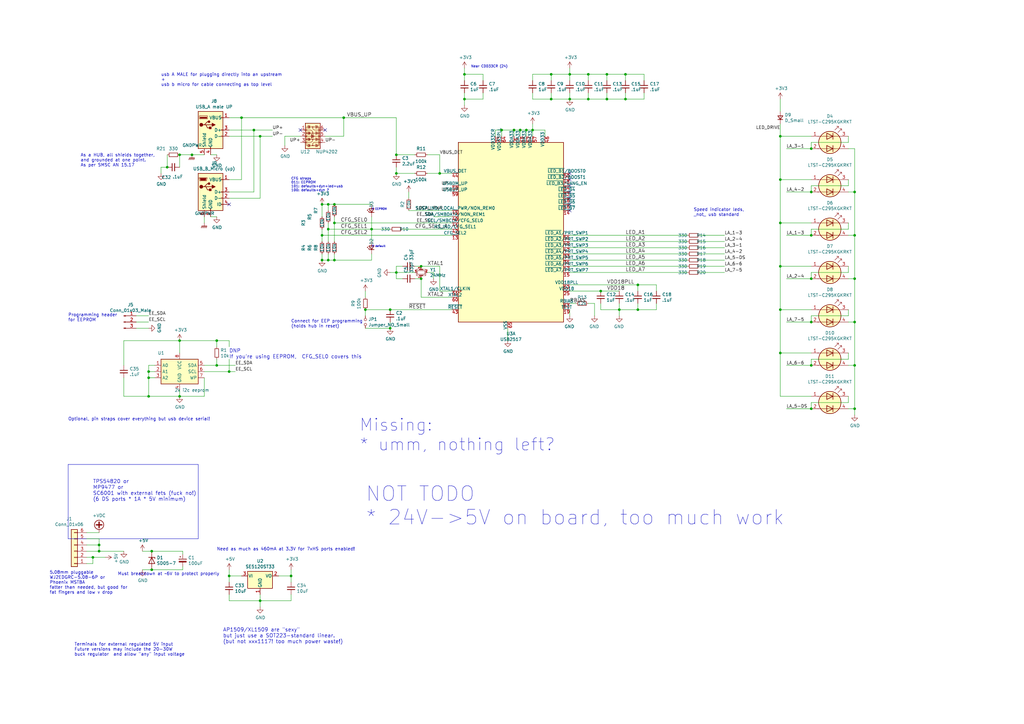
<source format=kicad_sch>
(kicad_sch (version 20200512) (host eeschema "5.99.0-unknown-r18463-a49fde5c")
  (page 2 3)
  (paper "A3")
  (junction (at 38.1 228.6))
  (junction (at 40.64 223.52))
  (junction (at 40.64 226.06))
  (junction (at 60.96 152.4))
  (junction (at 60.96 154.94))
  (junction (at 60.96 162.56))
  (junction (at 62.23 226.06))
  (junction (at 62.23 233.68))
  (junction (at 68.58 68.58))
  (junction (at 73.66 63.5))
  (junction (at 73.66 139.7))
  (junction (at 73.66 162.56))
  (junction (at 78.74 63.5))
  (junction (at 88.9 139.7))
  (junction (at 88.9 149.86))
  (junction (at 93.98 152.4))
  (junction (at 93.98 236.22))
  (junction (at 99.06 48.26))
  (junction (at 104.14 53.34))
  (junction (at 106.68 55.88))
  (junction (at 106.68 246.38))
  (junction (at 119.38 236.22))
  (junction (at 132.08 83.82))
  (junction (at 132.08 96.52))
  (junction (at 132.08 106.68))
  (junction (at 134.62 83.82))
  (junction (at 134.62 93.98))
  (junction (at 134.62 106.68))
  (junction (at 137.16 83.82))
  (junction (at 137.16 91.44))
  (junction (at 137.16 106.68))
  (junction (at 140.97 48.26))
  (junction (at 149.86 127))
  (junction (at 152.4 93.98))
  (junction (at 160.02 127))
  (junction (at 160.02 134.62))
  (junction (at 162.56 63.5))
  (junction (at 162.56 71.12))
  (junction (at 162.56 111.76))
  (junction (at 172.72 109.22))
  (junction (at 172.72 114.3))
  (junction (at 180.34 71.12))
  (junction (at 190.5 30.48))
  (junction (at 190.5 40.64))
  (junction (at 205.74 53.34))
  (junction (at 210.82 53.34))
  (junction (at 213.36 53.34))
  (junction (at 215.9 53.34))
  (junction (at 218.44 53.34))
  (junction (at 226.06 30.48))
  (junction (at 226.06 40.64))
  (junction (at 233.68 30.48))
  (junction (at 233.68 40.64))
  (junction (at 241.3 30.48))
  (junction (at 241.3 40.64))
  (junction (at 246.38 119.38))
  (junction (at 248.92 30.48))
  (junction (at 248.92 40.64))
  (junction (at 254 127))
  (junction (at 256.54 30.48))
  (junction (at 256.54 40.64))
  (junction (at 261.62 116.84))
  (junction (at 261.62 127))
  (junction (at 320.04 55.88))
  (junction (at 320.04 73.66))
  (junction (at 320.04 91.44))
  (junction (at 320.04 109.22))
  (junction (at 320.04 127))
  (junction (at 320.04 144.78))
  (junction (at 332.74 60.96))
  (junction (at 332.74 78.74))
  (junction (at 332.74 96.52))
  (junction (at 332.74 114.3))
  (junction (at 332.74 132.08))
  (junction (at 332.74 149.86))
  (junction (at 332.74 167.64))
  (junction (at 350.52 78.74))
  (junction (at 350.52 96.52))
  (junction (at 350.52 114.3))
  (junction (at 350.52 132.08))
  (junction (at 350.52 149.86))
  (junction (at 350.52 167.64))
  (no_connect (at 233.68 81.28))
  (no_connect (at 233.68 73.66))
  (no_connect (at 233.68 71.12))
  (no_connect (at 233.68 83.82))
  (no_connect (at 233.68 76.2))
  (no_connect (at 93.98 83.82))
  (no_connect (at 233.68 78.74))
  (no_connect (at 233.68 86.36))
  (no_connect (at 133.35 53.34))
  (no_connect (at 123.19 53.34))
  (wire (pts (xy 35.56 218.44) (xy 40.64 218.44)))
  (wire (pts (xy 35.56 220.98) (xy 40.64 220.98)))
  (wire (pts (xy 35.56 223.52) (xy 40.64 223.52)))
  (wire (pts (xy 35.56 226.06) (xy 40.64 226.06)))
  (wire (pts (xy 35.56 228.6) (xy 38.1 228.6)))
  (wire (pts (xy 35.56 231.14) (xy 38.1 231.14)))
  (wire (pts (xy 38.1 228.6) (xy 43.18 228.6)))
  (wire (pts (xy 38.1 231.14) (xy 38.1 228.6)))
  (wire (pts (xy 40.64 220.98) (xy 40.64 223.52)))
  (wire (pts (xy 40.64 223.52) (xy 40.64 226.06)))
  (wire (pts (xy 40.64 226.06) (xy 50.8 226.06)))
  (wire (pts (xy 50.8 139.7) (xy 50.8 149.86)))
  (wire (pts (xy 50.8 139.7) (xy 73.66 139.7)))
  (wire (pts (xy 50.8 154.94) (xy 50.8 162.56)))
  (wire (pts (xy 50.8 162.56) (xy 60.96 162.56)))
  (wire (pts (xy 55.88 129.54) (xy 60.96 129.54)))
  (wire (pts (xy 55.88 132.08) (xy 60.96 132.08)))
  (wire (pts (xy 55.88 134.62) (xy 60.96 134.62)))
  (wire (pts (xy 58.42 226.06) (xy 62.23 226.06)))
  (wire (pts (xy 58.42 233.68) (xy 62.23 233.68)))
  (wire (pts (xy 60.96 149.86) (xy 60.96 152.4)))
  (wire (pts (xy 60.96 152.4) (xy 60.96 154.94)))
  (wire (pts (xy 60.96 152.4) (xy 63.5 152.4)))
  (wire (pts (xy 60.96 154.94) (xy 60.96 162.56)))
  (wire (pts (xy 60.96 154.94) (xy 63.5 154.94)))
  (wire (pts (xy 60.96 162.56) (xy 73.66 162.56)))
  (wire (pts (xy 63.5 149.86) (xy 60.96 149.86)))
  (wire (pts (xy 66.04 68.58) (xy 66.04 71.12)))
  (wire (pts (xy 68.58 63.5) (xy 68.58 68.58)))
  (wire (pts (xy 68.58 68.58) (xy 66.04 68.58)))
  (wire (pts (xy 73.66 63.5) (xy 73.66 68.58)))
  (wire (pts (xy 73.66 63.5) (xy 78.74 63.5)))
  (wire (pts (xy 73.66 139.7) (xy 73.66 144.78)))
  (wire (pts (xy 73.66 160.02) (xy 73.66 162.56)))
  (wire (pts (xy 74.93 226.06) (xy 62.23 226.06)))
  (wire (pts (xy 74.93 227.33) (xy 74.93 226.06)))
  (wire (pts (xy 74.93 232.41) (xy 74.93 233.68)))
  (wire (pts (xy 74.93 233.68) (xy 62.23 233.68)))
  (wire (pts (xy 78.74 63.5) (xy 83.82 63.5)))
  (wire (pts (xy 83.82 88.9) (xy 83.82 91.44)))
  (wire (pts (xy 83.82 149.86) (xy 88.9 149.86)))
  (wire (pts (xy 83.82 152.4) (xy 93.98 152.4)))
  (wire (pts (xy 83.82 154.94) (xy 83.82 162.56)))
  (wire (pts (xy 83.82 162.56) (xy 73.66 162.56)))
  (wire (pts (xy 86.36 63.5) (xy 88.9 63.5)))
  (wire (pts (xy 86.36 88.9) (xy 88.9 88.9)))
  (wire (pts (xy 88.9 139.7) (xy 73.66 139.7)))
  (wire (pts (xy 88.9 142.24) (xy 88.9 139.7)))
  (wire (pts (xy 88.9 147.32) (xy 88.9 149.86)))
  (wire (pts (xy 88.9 149.86) (xy 96.52 149.86)))
  (wire (pts (xy 93.98 73.66) (xy 99.06 73.66)))
  (wire (pts (xy 93.98 81.28) (xy 106.68 81.28)))
  (wire (pts (xy 93.98 139.7) (xy 88.9 139.7)))
  (wire (pts (xy 93.98 142.24) (xy 93.98 139.7)))
  (wire (pts (xy 93.98 147.32) (xy 93.98 152.4)))
  (wire (pts (xy 93.98 152.4) (xy 96.52 152.4)))
  (wire (pts (xy 93.98 233.68) (xy 93.98 236.22)))
  (wire (pts (xy 93.98 236.22) (xy 93.98 238.76)))
  (wire (pts (xy 93.98 236.22) (xy 99.06 236.22)))
  (wire (pts (xy 93.98 243.84) (xy 93.98 246.38)))
  (wire (pts (xy 93.98 246.38) (xy 106.68 246.38)))
  (wire (pts (xy 99.06 48.26) (xy 93.98 48.26)))
  (wire (pts (xy 99.06 48.26) (xy 140.97 48.26)))
  (wire (pts (xy 99.06 73.66) (xy 99.06 48.26)))
  (wire (pts (xy 104.14 53.34) (xy 93.98 53.34)))
  (wire (pts (xy 104.14 53.34) (xy 104.14 78.74)))
  (wire (pts (xy 104.14 53.34) (xy 111.76 53.34)))
  (wire (pts (xy 104.14 78.74) (xy 93.98 78.74)))
  (wire (pts (xy 106.68 55.88) (xy 93.98 55.88)))
  (wire (pts (xy 106.68 55.88) (xy 106.68 81.28)))
  (wire (pts (xy 106.68 55.88) (xy 111.76 55.88)))
  (wire (pts (xy 106.68 243.84) (xy 106.68 246.38)))
  (wire (pts (xy 106.68 246.38) (xy 106.68 248.92)))
  (wire (pts (xy 106.68 246.38) (xy 119.38 246.38)))
  (wire (pts (xy 114.3 236.22) (xy 119.38 236.22)))
  (wire (pts (xy 116.84 55.88) (xy 116.84 59.69)))
  (wire (pts (xy 119.38 236.22) (xy 119.38 233.68)))
  (wire (pts (xy 119.38 236.22) (xy 119.38 238.76)))
  (wire (pts (xy 119.38 246.38) (xy 119.38 243.84)))
  (wire (pts (xy 123.19 55.88) (xy 116.84 55.88)))
  (wire (pts (xy 132.08 83.82) (xy 132.08 88.9)))
  (wire (pts (xy 132.08 83.82) (xy 134.62 83.82)))
  (wire (pts (xy 132.08 96.52) (xy 132.08 93.98)))
  (wire (pts (xy 132.08 96.52) (xy 185.42 96.52)))
  (wire (pts (xy 132.08 99.06) (xy 132.08 96.52)))
  (wire (pts (xy 132.08 104.14) (xy 132.08 106.68)))
  (wire (pts (xy 133.35 55.88) (xy 140.97 55.88)))
  (wire (pts (xy 134.62 83.82) (xy 134.62 86.36)))
  (wire (pts (xy 134.62 83.82) (xy 137.16 83.82)))
  (wire (pts (xy 134.62 91.44) (xy 134.62 93.98)))
  (wire (pts (xy 134.62 93.98) (xy 134.62 99.06)))
  (wire (pts (xy 134.62 93.98) (xy 152.4 93.98)))
  (wire (pts (xy 134.62 104.14) (xy 134.62 106.68)))
  (wire (pts (xy 134.62 106.68) (xy 132.08 106.68)))
  (wire (pts (xy 137.16 83.82) (xy 152.4 83.82)))
  (wire (pts (xy 137.16 88.9) (xy 137.16 91.44)))
  (wire (pts (xy 137.16 91.44) (xy 137.16 99.06)))
  (wire (pts (xy 137.16 91.44) (xy 185.42 91.44)))
  (wire (pts (xy 137.16 104.14) (xy 137.16 106.68)))
  (wire (pts (xy 137.16 106.68) (xy 134.62 106.68)))
  (wire (pts (xy 140.97 48.26) (xy 162.56 48.26)))
  (wire (pts (xy 140.97 55.88) (xy 140.97 48.26)))
  (wire (pts (xy 149.86 119.38) (xy 149.86 121.92)))
  (wire (pts (xy 149.86 127) (xy 149.86 129.54)))
  (wire (pts (xy 149.86 127) (xy 160.02 127)))
  (wire (pts (xy 149.86 134.62) (xy 160.02 134.62)))
  (wire (pts (xy 152.4 88.9) (xy 152.4 93.98)))
  (wire (pts (xy 152.4 93.98) (xy 152.4 99.06)))
  (wire (pts (xy 152.4 93.98) (xy 160.02 93.98)))
  (wire (pts (xy 152.4 104.14) (xy 152.4 106.68)))
  (wire (pts (xy 152.4 106.68) (xy 137.16 106.68)))
  (wire (pts (xy 160.02 127) (xy 185.42 127)))
  (wire (pts (xy 160.02 132.08) (xy 160.02 134.62)))
  (wire (pts (xy 162.56 48.26) (xy 162.56 63.5)))
  (wire (pts (xy 162.56 63.5) (xy 170.18 63.5)))
  (wire (pts (xy 162.56 68.58) (xy 162.56 71.12)))
  (wire (pts (xy 162.56 71.12) (xy 170.18 71.12)))
  (wire (pts (xy 162.56 109.22) (xy 162.56 111.76)))
  (wire (pts (xy 162.56 111.76) (xy 160.02 111.76)))
  (wire (pts (xy 162.56 111.76) (xy 162.56 114.3)))
  (wire (pts (xy 162.56 111.76) (xy 170.18 111.76)))
  (wire (pts (xy 162.56 114.3) (xy 165.1 114.3)))
  (wire (pts (xy 165.1 93.98) (xy 185.42 93.98)))
  (wire (pts (xy 165.1 109.22) (xy 162.56 109.22)))
  (wire (pts (xy 167.64 78.74) (xy 167.64 81.28)))
  (wire (pts (xy 167.64 86.36) (xy 185.42 86.36)))
  (wire (pts (xy 170.18 109.22) (xy 172.72 109.22)))
  (wire (pts (xy 170.18 114.3) (xy 172.72 114.3)))
  (wire (pts (xy 172.72 109.22) (xy 180.34 109.22)))
  (wire (pts (xy 172.72 114.3) (xy 172.72 121.92)))
  (wire (pts (xy 172.72 121.92) (xy 185.42 121.92)))
  (wire (pts (xy 175.26 63.5) (xy 180.34 63.5)))
  (wire (pts (xy 175.26 111.76) (xy 177.8 111.76)))
  (wire (pts (xy 177.8 88.9) (xy 185.42 88.9)))
  (wire (pts (xy 177.8 111.76) (xy 177.8 114.3)))
  (wire (pts (xy 180.34 63.5) (xy 180.34 71.12)))
  (wire (pts (xy 180.34 71.12) (xy 175.26 71.12)))
  (wire (pts (xy 180.34 119.38) (xy 180.34 109.22)))
  (wire (pts (xy 185.42 71.12) (xy 180.34 71.12)))
  (wire (pts (xy 185.42 119.38) (xy 180.34 119.38)))
  (wire (pts (xy 190.5 27.94) (xy 190.5 30.48)))
  (wire (pts (xy 190.5 30.48) (xy 190.5 33.02)))
  (wire (pts (xy 190.5 38.1) (xy 190.5 40.64)))
  (wire (pts (xy 190.5 40.64) (xy 190.5 43.18)))
  (wire (pts (xy 198.12 30.48) (xy 190.5 30.48)))
  (wire (pts (xy 198.12 33.02) (xy 198.12 30.48)))
  (wire (pts (xy 198.12 38.1) (xy 198.12 40.64)))
  (wire (pts (xy 198.12 40.64) (xy 190.5 40.64)))
  (wire (pts (xy 203.2 53.34) (xy 205.74 53.34)))
  (wire (pts (xy 203.2 55.88) (xy 203.2 53.34)))
  (wire (pts (xy 205.74 53.34) (xy 210.82 53.34)))
  (wire (pts (xy 205.74 55.88) (xy 205.74 53.34)))
  (wire (pts (xy 208.28 134.62) (xy 208.28 139.7)))
  (wire (pts (xy 210.82 53.34) (xy 213.36 53.34)))
  (wire (pts (xy 210.82 55.88) (xy 210.82 53.34)))
  (wire (pts (xy 213.36 53.34) (xy 215.9 53.34)))
  (wire (pts (xy 213.36 55.88) (xy 213.36 53.34)))
  (wire (pts (xy 215.9 53.34) (xy 218.44 53.34)))
  (wire (pts (xy 215.9 55.88) (xy 215.9 53.34)))
  (wire (pts (xy 218.44 30.48) (xy 226.06 30.48)))
  (wire (pts (xy 218.44 33.02) (xy 218.44 30.48)))
  (wire (pts (xy 218.44 38.1) (xy 218.44 40.64)))
  (wire (pts (xy 218.44 40.64) (xy 226.06 40.64)))
  (wire (pts (xy 218.44 53.34) (xy 218.44 50.8)))
  (wire (pts (xy 218.44 55.88) (xy 218.44 53.34)))
  (wire (pts (xy 223.52 53.34) (xy 218.44 53.34)))
  (wire (pts (xy 223.52 55.88) (xy 223.52 53.34)))
  (wire (pts (xy 226.06 30.48) (xy 226.06 33.02)))
  (wire (pts (xy 226.06 30.48) (xy 233.68 30.48)))
  (wire (pts (xy 226.06 38.1) (xy 226.06 40.64)))
  (wire (pts (xy 226.06 40.64) (xy 233.68 40.64)))
  (wire (pts (xy 233.68 30.48) (xy 233.68 27.94)))
  (wire (pts (xy 233.68 30.48) (xy 233.68 33.02)))
  (wire (pts (xy 233.68 30.48) (xy 241.3 30.48)))
  (wire (pts (xy 233.68 38.1) (xy 233.68 40.64)))
  (wire (pts (xy 233.68 96.52) (xy 281.94 96.52)))
  (wire (pts (xy 233.68 99.06) (xy 281.94 99.06)))
  (wire (pts (xy 233.68 101.6) (xy 281.94 101.6)))
  (wire (pts (xy 233.68 104.14) (xy 281.94 104.14)))
  (wire (pts (xy 233.68 106.68) (xy 281.94 106.68)))
  (wire (pts (xy 233.68 109.22) (xy 281.94 109.22)))
  (wire (pts (xy 233.68 111.76) (xy 281.94 111.76)))
  (wire (pts (xy 233.68 116.84) (xy 261.62 116.84)))
  (wire (pts (xy 233.68 119.38) (xy 246.38 119.38)))
  (wire (pts (xy 233.68 124.46) (xy 236.22 124.46)))
  (wire (pts (xy 233.68 127) (xy 233.68 129.54)))
  (wire (pts (xy 241.3 30.48) (xy 241.3 33.02)))
  (wire (pts (xy 241.3 38.1) (xy 241.3 40.64)))
  (wire (pts (xy 241.3 40.64) (xy 233.68 40.64)))
  (wire (pts (xy 241.3 124.46) (xy 243.84 124.46)))
  (wire (pts (xy 243.84 124.46) (xy 243.84 129.54)))
  (wire (pts (xy 246.38 119.38) (xy 254 119.38)))
  (wire (pts (xy 246.38 124.46) (xy 246.38 127)))
  (wire (pts (xy 246.38 127) (xy 254 127)))
  (wire (pts (xy 248.92 30.48) (xy 241.3 30.48)))
  (wire (pts (xy 248.92 33.02) (xy 248.92 30.48)))
  (wire (pts (xy 248.92 38.1) (xy 248.92 40.64)))
  (wire (pts (xy 248.92 40.64) (xy 241.3 40.64)))
  (wire (pts (xy 254 127) (xy 254 124.46)))
  (wire (pts (xy 254 127) (xy 254 129.54)))
  (wire (pts (xy 254 127) (xy 261.62 127)))
  (wire (pts (xy 256.54 30.48) (xy 248.92 30.48)))
  (wire (pts (xy 256.54 33.02) (xy 256.54 30.48)))
  (wire (pts (xy 256.54 38.1) (xy 256.54 40.64)))
  (wire (pts (xy 256.54 40.64) (xy 248.92 40.64)))
  (wire (pts (xy 261.62 116.84) (xy 261.62 119.38)))
  (wire (pts (xy 261.62 116.84) (xy 269.24 116.84)))
  (wire (pts (xy 261.62 127) (xy 261.62 124.46)))
  (wire (pts (xy 261.62 127) (xy 269.24 127)))
  (wire (pts (xy 264.16 30.48) (xy 256.54 30.48)))
  (wire (pts (xy 264.16 33.02) (xy 264.16 30.48)))
  (wire (pts (xy 264.16 38.1) (xy 264.16 40.64)))
  (wire (pts (xy 264.16 40.64) (xy 256.54 40.64)))
  (wire (pts (xy 269.24 116.84) (xy 269.24 119.38)))
  (wire (pts (xy 269.24 127) (xy 269.24 124.46)))
  (wire (pts (xy 287.02 96.52) (xy 297.18 96.52)))
  (wire (pts (xy 287.02 99.06) (xy 297.18 99.06)))
  (wire (pts (xy 287.02 101.6) (xy 297.18 101.6)))
  (wire (pts (xy 287.02 104.14) (xy 297.18 104.14)))
  (wire (pts (xy 287.02 106.68) (xy 297.18 106.68)))
  (wire (pts (xy 287.02 109.22) (xy 297.18 109.22)))
  (wire (pts (xy 287.02 111.76) (xy 297.18 111.76)))
  (wire (pts (xy 320.04 40.64) (xy 320.04 45.72)))
  (wire (pts (xy 320.04 50.8) (xy 320.04 55.88)))
  (wire (pts (xy 320.04 55.88) (xy 332.74 55.88)))
  (wire (pts (xy 320.04 73.66) (xy 320.04 55.88)))
  (wire (pts (xy 320.04 91.44) (xy 320.04 73.66)))
  (wire (pts (xy 320.04 109.22) (xy 320.04 91.44)))
  (wire (pts (xy 320.04 127) (xy 320.04 109.22)))
  (wire (pts (xy 320.04 144.78) (xy 320.04 127)))
  (wire (pts (xy 320.04 162.56) (xy 320.04 144.78)))
  (wire (pts (xy 322.58 60.96) (xy 332.74 60.96)))
  (wire (pts (xy 322.58 78.74) (xy 332.74 78.74)))
  (wire (pts (xy 322.58 96.52) (xy 332.74 96.52)))
  (wire (pts (xy 322.58 114.3) (xy 332.74 114.3)))
  (wire (pts (xy 322.58 132.08) (xy 332.74 132.08)))
  (wire (pts (xy 322.58 149.86) (xy 332.74 149.86)))
  (wire (pts (xy 322.58 167.64) (xy 332.74 167.64)))
  (wire (pts (xy 332.74 58.42) (xy 332.74 60.96)))
  (wire (pts (xy 332.74 73.66) (xy 320.04 73.66)))
  (wire (pts (xy 332.74 76.2) (xy 332.74 78.74)))
  (wire (pts (xy 332.74 91.44) (xy 320.04 91.44)))
  (wire (pts (xy 332.74 93.98) (xy 332.74 96.52)))
  (wire (pts (xy 332.74 109.22) (xy 320.04 109.22)))
  (wire (pts (xy 332.74 111.76) (xy 332.74 114.3)))
  (wire (pts (xy 332.74 127) (xy 320.04 127)))
  (wire (pts (xy 332.74 129.54) (xy 332.74 132.08)))
  (wire (pts (xy 332.74 144.78) (xy 320.04 144.78)))
  (wire (pts (xy 332.74 147.32) (xy 332.74 149.86)))
  (wire (pts (xy 332.74 162.56) (xy 320.04 162.56)))
  (wire (pts (xy 332.74 165.1) (xy 332.74 167.64)))
  (wire (pts (xy 347.98 55.88) (xy 347.98 58.42)))
  (wire (pts (xy 347.98 58.42) (xy 332.74 58.42)))
  (wire (pts (xy 347.98 60.96) (xy 350.52 60.96)))
  (wire (pts (xy 347.98 73.66) (xy 347.98 76.2)))
  (wire (pts (xy 347.98 76.2) (xy 332.74 76.2)))
  (wire (pts (xy 347.98 78.74) (xy 350.52 78.74)))
  (wire (pts (xy 347.98 91.44) (xy 347.98 93.98)))
  (wire (pts (xy 347.98 93.98) (xy 332.74 93.98)))
  (wire (pts (xy 347.98 96.52) (xy 350.52 96.52)))
  (wire (pts (xy 347.98 109.22) (xy 347.98 111.76)))
  (wire (pts (xy 347.98 111.76) (xy 332.74 111.76)))
  (wire (pts (xy 347.98 114.3) (xy 350.52 114.3)))
  (wire (pts (xy 347.98 127) (xy 347.98 129.54)))
  (wire (pts (xy 347.98 129.54) (xy 332.74 129.54)))
  (wire (pts (xy 347.98 132.08) (xy 350.52 132.08)))
  (wire (pts (xy 347.98 144.78) (xy 347.98 147.32)))
  (wire (pts (xy 347.98 147.32) (xy 332.74 147.32)))
  (wire (pts (xy 347.98 149.86) (xy 350.52 149.86)))
  (wire (pts (xy 347.98 162.56) (xy 347.98 165.1)))
  (wire (pts (xy 347.98 165.1) (xy 332.74 165.1)))
  (wire (pts (xy 347.98 167.64) (xy 350.52 167.64)))
  (wire (pts (xy 350.52 60.96) (xy 350.52 78.74)))
  (wire (pts (xy 350.52 78.74) (xy 350.52 96.52)))
  (wire (pts (xy 350.52 96.52) (xy 350.52 114.3)))
  (wire (pts (xy 350.52 114.3) (xy 350.52 132.08)))
  (wire (pts (xy 350.52 132.08) (xy 350.52 149.86)))
  (wire (pts (xy 350.52 149.86) (xy 350.52 167.64)))
  (wire (pts (xy 350.52 167.64) (xy 350.52 170.18)))
  (polyline (pts (xy 27.94 190.5) (xy 27.94 220.98)))
  (polyline (pts (xy 27.94 190.5) (xy 81.28 190.5)))
  (polyline (pts (xy 27.94 220.98) (xy 81.28 220.98)))
  (polyline (pts (xy 81.28 220.98) (xy 81.28 190.5)))
  (text "5.08mm pluggable\nWJ2EDGRC-5.08-6P or\nPhoenix MSTBA\nfatter than needed, but good for\nfat fingers and low v drop\n" (at 20.32 243.84 0) (effects (font (size 1.27 1.27)) (justify left bottom)))
  (text "Programming header\nfor EEPROM" (at 27.94 132.08 0) (effects (font (size 1.27 1.27)) (justify left bottom)))
  (text "Optional, pin straps cover everything but usb device serial!" (at 27.94 172.72 0) (effects (font (size 1.27 1.27)) (justify left bottom)))
  (text "Terminals for external regulated 5V input\nFuture versions may include the 20-30W\nbuck regulator  and allow \"any\" input voltage" (at 30.48 269.24 0) (effects (font (size 1.27 1.27)) (justify left bottom)))
  (text "As a HUB, all shields together,\nand grounded at one point.\nAs per SMSC AN 15.17 " (at 33.02 68.58 0) (effects (font (size 1.27 1.27)) (justify left bottom)))
  (text "TPS54820 or\nMP9477 or\nSC6001 with external fets (fuck no!)\n(6 DS ports * 1A * 5V minimum)" (at 38.1 205.74 0) (effects (font (size 1.4986 1.4986)) (justify left bottom)))
  (text "Must breakdown at ~~6V to protect properly" (at 48.26 236.22 0) (effects (font (size 1.27 1.27)) (justify left bottom)))
  (text "usb A MALE for plugging directly into an upstream\n+\nusb b micro for cable connecting as top level" (at 66.04 35.56 0) (effects (font (size 1.27 1.27)) (justify left bottom)))
  (text "Need as much as 460mA at 3.3V for 7xHS ports enabled!" (at 88.9 226.06 0) (effects (font (size 1.27 1.27)) (justify left bottom)))
  (text "AP1509/XL1509 are \"sexy\"\nbut just use a SOT223-standard linear.\n(but not xxx1117! too much power waste!)" (at 91.44 264.16 0) (effects (font (size 1.4986 1.4986)) (justify left bottom)))
  (text "DNP\nIf you're using EEPROM,  CFG_SEL0 covers this" (at 93.98 147.32 0) (effects (font (size 1.4986 1.4986)) (justify left bottom)))
  (text "CFG straps\n011: EEPROM\n101: defaults+dyn+led=usb\n100: defaults+dyn ?" (at 119.38 78.74 0) (effects (font (size 0.9906 0.9906)) (justify left bottom)))
  (text "Connect for EEP programming\n(holds hub in reset)" (at 119.38 134.62 0) (effects (font (size 1.27 1.27)) (justify left bottom)))
  (text "Missing:\n* umm, nothing left?\n" (at 147.32 185.42 0) (effects (font (size 5.0038 5.0038)) (justify left bottom)))
  (text "NOT TODO\n* 24V->5V on board, too much work\n" (at 149.86 215.9 0) (effects (font (size 5.9944 5.9944)) (justify left bottom)))
  (text "If EEPROM" (at 152.4 86.36 0) (effects (font (size 0.7874 0.7874)) (justify left bottom)))
  (text "If default" (at 152.4 101.6 0) (effects (font (size 0.7874 0.7874)) (justify left bottom)))
  (text "Near CDD33CR (24)" (at 208.28 27.94 180) (effects (font (size 0.9906 0.9906)) (justify right bottom)))
  (text "Speed indicator leds,\n_not_ usb standard" (at 284.48 88.9 0) (effects (font (size 1.27 1.27)) (justify left bottom)))
  (label "EE_SDA" (at 60.96 129.54 0))
  (label "EE_SCL" (at 60.96 132.08 0))
  (label "EE_SDA" (at 96.52 149.86 0))
  (label "EE_SCL" (at 96.52 152.4 0))
  (label "UP+" (at 111.76 53.34 0))
  (label "UP-" (at 111.76 55.88 0))
  (label "UP+" (at 123.19 58.42 180))
  (label "UP-" (at 133.35 58.42 0))
  (label "CFG_SEL0" (at 139.7 91.44 0) (effects (font (size 1.4986 1.4986))))
  (label "CFG_SEL1" (at 139.7 93.98 0) (effects (font (size 1.4986 1.4986))))
  (label "CFG_SEL2" (at 139.7 96.52 0) (effects (font (size 1.4986 1.4986))))
  (label "VBUS_UP" (at 142.24 48.26 0) (effects (font (size 1.4986 1.4986))))
  (label "~RESET" (at 167.64 127 0) (effects (font (size 1.4986 1.4986))))
  (label "CFG_SEL1_A" (at 170.18 93.98 0) (effects (font (size 1.4986 1.4986))))
  (label "XTAL1" (at 175.26 109.22 0) (effects (font (size 1.4986 1.4986))))
  (label "XTAL2" (at 175.26 121.92 0) (effects (font (size 1.4986 1.4986))))
  (label "EE_SDA" (at 177.8 88.9 180))
  (label "EE_SCL" (at 177.8 91.44 180))
  (label "VBUS_DET" (at 180.34 63.5 0))
  (label "LOCAL_PWR" (at 181.61 86.36 180))
  (label "UP-" (at 185.42 76.2 180))
  (label "UP+" (at 185.42 78.74 180))
  (label "RBIAS" (at 233.68 124.46 0) (effects (font (size 1.4986 1.4986))))
  (label "VDD18PLL" (at 248.92 116.84 0) (effects (font (size 1.4986 1.4986))))
  (label "VDD18" (at 248.92 119.38 0) (effects (font (size 1.4986 1.4986))))
  (label "LED_A1" (at 256.54 96.52 0) (effects (font (size 1.4986 1.4986))))
  (label "LED_A2" (at 256.54 99.06 0) (effects (font (size 1.4986 1.4986))))
  (label "LED_A3" (at 256.54 101.6 0) (effects (font (size 1.4986 1.4986))))
  (label "LED_A4" (at 256.54 104.14 0) (effects (font (size 1.4986 1.4986))))
  (label "LED_A5" (at 256.54 106.68 0) (effects (font (size 1.4986 1.4986))))
  (label "LED_A6" (at 256.54 109.22 0) (effects (font (size 1.4986 1.4986))))
  (label "LED_A7" (at 256.54 111.76 0) (effects (font (size 1.4986 1.4986))))
  (label "LA_1-3" (at 297.18 96.52 0))
  (label "LA_2-4" (at 297.18 99.06 0))
  (label "LA_3-1" (at 297.18 101.6 0))
  (label "LA_4-2" (at 297.18 104.14 0))
  (label "LA_5-DS" (at 297.18 106.68 0))
  (label "LA_6-6" (at 297.18 109.22 0))
  (label "LA_7-5" (at 297.18 111.76 0))
  (label "LED_DRIVE" (at 320.04 53.34 180))
  (label "LA_3-1" (at 322.58 60.96 0))
  (label "LA_4-2" (at 322.58 78.74 0))
  (label "LA_1-3" (at 322.58 96.52 0))
  (label "LA_2-4" (at 322.58 114.3 0))
  (label "LA_7-5" (at 322.58 132.08 0))
  (label "LA_6-6" (at 322.58 149.86 0))
  (label "LA_5-DS" (at 322.58 167.64 0))
  (symbol (lib_id "Device:Jumper_NO_Small") (at 149.86 132.08 270) (unit 1)
    (property "Reference" "JP1" (at 151.0792 130.937 90) (effects (justify left)))
    (property "Value" "Jumper_NO_Small" (at 151.0792 133.223 90) (effects (justify left)))
    (property "Footprint" "Connector_PinHeader_2.54mm:PinHeader_1x02_P2.54mm_Vertical" (effects hide))
  )
  (symbol (lib_id "power:+5V") (at 43.18 228.6 270) (unit 1)
    (property "Reference" "#PWR01" (effects hide))
    (property "Value" "+5V" (at 47.5742 228.981 0))
  )
  (symbol (lib_id "power:+5V") (at 58.42 226.06 0) (unit 1)
    (property "Reference" "#PWR067" (effects hide))
    (property "Value" "+5V" (at 58.801 221.6658 0))
  )
  (symbol (lib_id "power:+3V3") (at 73.66 139.7 0) (unit 1)
    (property "Reference" "#PWR06" (effects hide))
    (property "Value" "+3V3" (at 74.041 135.3058 0))
  )
  (symbol (lib_id "power:+5V") (at 93.98 233.68 0) (unit 1)
    (property "Reference" "#PWR0109" (effects hide))
    (property "Value" "+5V" (at 94.361 229.2858 0))
  )
  (symbol (lib_id "power:+3V3") (at 119.38 233.68 0) (unit 1)
    (property "Reference" "#PWR013" (effects hide))
    (property "Value" "+3V3" (at 119.761 229.2858 0))
  )
  (symbol (lib_id "power:+3V3") (at 132.08 83.82 0) (unit 1)
    (property "Reference" "#PWR014" (effects hide))
    (property "Value" "+3V3" (at 132.461 79.4258 0))
  )
  (symbol (lib_id "power:+3V3") (at 149.86 119.38 0) (unit 1)
    (property "Reference" "#PWR016" (effects hide))
    (property "Value" "+3V3" (at 150.241 114.9858 0))
  )
  (symbol (lib_id "power:+3V3") (at 167.64 78.74 0) (unit 1)
    (property "Reference" "#PWR036" (effects hide))
    (property "Value" "+3V3" (at 168.021 74.3458 0))
  )
  (symbol (lib_id "power:+3V3") (at 190.5 27.94 0) (unit 1)
    (property "Reference" "#PWR020" (effects hide))
    (property "Value" "+3V3" (at 190.881 23.5458 0))
  )
  (symbol (lib_id "power:+3V3") (at 218.44 50.8 0) (unit 1)
    (property "Reference" "#PWR029" (effects hide))
    (property "Value" "+3V3" (at 218.821 46.4058 0))
  )
  (symbol (lib_id "power:+3V3") (at 233.68 27.94 0) (unit 1)
    (property "Reference" "#PWR030" (effects hide))
    (property "Value" "+3V3" (at 234.061 23.5458 0))
  )
  (symbol (lib_id "power:+3V3") (at 320.04 40.64 0) (unit 1)
    (property "Reference" "#PWR035" (effects hide))
    (property "Value" "+3V3" (at 320.421 36.2458 0))
  )
  (symbol (lib_id "power:GNDPWR") (at 78.74 63.5 0) (unit 1)
    (property "Reference" "#PWR054" (effects hide))
    (property "Value" "GNDPWR" (at 78.8416 59.5884 0))
  )
  (symbol (lib_id "power:GNDPWR") (at 83.82 91.44 0) (unit 1)
    (property "Reference" "#PWR055" (effects hide))
    (property "Value" "GNDPWR" (at 83.9216 87.5284 0))
  )
  (symbol (lib_id "power:GND") (at 50.8 226.06 0) (unit 1)
    (property "Reference" "#PWR04" (effects hide))
    (property "Value" "GND" (at 50.927 230.4542 0))
  )
  (symbol (lib_id "power:GND") (at 58.42 233.68 0) (unit 1)
    (property "Reference" "#PWR068" (effects hide))
    (property "Value" "GND" (at 58.547 238.0742 0))
  )
  (symbol (lib_id "power:GND") (at 60.96 134.62 90) (unit 1)
    (property "Reference" "#PWR05" (effects hide))
    (property "Value" "GND" (at 65.3542 134.493 0))
  )
  (symbol (lib_id "power:GND") (at 66.04 71.12 0) (unit 1)
    (property "Reference" "#PWR041" (effects hide))
    (property "Value" "GND" (at 66.167 75.5142 0))
  )
  (symbol (lib_id "power:GND") (at 73.66 162.56 0) (unit 1)
    (property "Reference" "#PWR07" (effects hide))
    (property "Value" "GND" (at 73.787 166.9542 0))
  )
  (symbol (lib_id "power:GND") (at 88.9 63.5 0) (unit 1)
    (property "Reference" "#PWR08" (effects hide))
    (property "Value" "GND" (at 89.027 67.8942 0))
  )
  (symbol (lib_id "power:GND") (at 88.9 88.9 0) (unit 1)
    (property "Reference" "#PWR09" (effects hide))
    (property "Value" "GND" (at 89.027 93.2942 0))
  )
  (symbol (lib_id "power:GND") (at 106.68 248.92 0) (unit 1)
    (property "Reference" "#PWR011" (effects hide))
    (property "Value" "GND" (at 106.807 253.3142 0))
  )
  (symbol (lib_id "power:GND") (at 116.84 59.69 0) (unit 1)
    (property "Reference" "#PWR02" (effects hide))
    (property "Value" "GND" (at 116.967 64.0842 0))
  )
  (symbol (lib_id "power:GND") (at 132.08 106.68 0) (unit 1)
    (property "Reference" "#PWR015" (effects hide))
    (property "Value" "GND" (at 132.207 111.0742 0))
  )
  (symbol (lib_id "power:GND") (at 160.02 111.76 270) (unit 1)
    (property "Reference" "#PWR017" (effects hide))
    (property "Value" "GND" (at 155.6258 111.887 0))
  )
  (symbol (lib_id "power:GND") (at 160.02 134.62 0) (unit 1)
    (property "Reference" "#PWR018" (effects hide))
    (property "Value" "GND" (at 160.147 139.0142 0))
  )
  (symbol (lib_id "power:GND") (at 162.56 71.12 0) (unit 1)
    (property "Reference" "#PWR019" (effects hide))
    (property "Value" "GND" (at 162.687 75.5142 0))
  )
  (symbol (lib_id "power:GND") (at 177.8 114.3 0) (unit 1)
    (property "Reference" "#PWR0101" (effects hide))
    (property "Value" "GND" (at 177.927 118.6942 0))
  )
  (symbol (lib_id "power:GND") (at 190.5 43.18 0) (unit 1)
    (property "Reference" "#PWR021" (effects hide))
    (property "Value" "GND" (at 190.627 47.5742 0))
  )
  (symbol (lib_id "power:GND") (at 208.28 139.7 0) (unit 1)
    (property "Reference" "#PWR022" (effects hide))
    (property "Value" "GND" (at 208.407 144.0942 0))
  )
  (symbol (lib_id "power:GND") (at 233.68 40.64 0) (unit 1)
    (property "Reference" "#PWR031" (effects hide))
    (property "Value" "GND" (at 233.807 45.0342 0))
  )
  (symbol (lib_id "power:GND") (at 233.68 129.54 0) (mirror y) (unit 1)
    (property "Reference" "#PWR032" (effects hide))
    (property "Value" "GND" (at 233.553 133.9342 0))
  )
  (symbol (lib_id "power:GND") (at 243.84 129.54 0) (mirror y) (unit 1)
    (property "Reference" "#PWR033" (effects hide))
    (property "Value" "GND" (at 243.713 133.9342 0))
  )
  (symbol (lib_id "power:GND") (at 254 129.54 0) (mirror y) (unit 1)
    (property "Reference" "#PWR034" (effects hide))
    (property "Value" "GND" (at 253.873 133.9342 0))
  )
  (symbol (lib_id "power:GND") (at 350.52 170.18 0) (unit 1)
    (property "Reference" "#PWR010" (effects hide))
    (property "Value" "GND" (at 350.647 174.5742 0))
  )
  (symbol (lib_id "Device:R_Small") (at 71.12 63.5 90) (unit 1)
    (property "Reference" "R21" (at 66.04 60.96 90))
    (property "Value" "330" (at 71.12 60.96 90))
    (property "Footprint" "Resistor_SMD:R_0603_1608Metric" (effects hide))
  )
  (symbol (lib_id "Device:R_Small") (at 88.9 144.78 0) (unit 1)
    (property "Reference" "R1" (at 90.3986 143.637 0) (effects (justify left)))
    (property "Value" "10k" (at 90.3986 145.923 0) (effects (justify left)))
    (property "Footprint" "Resistor_SMD:R_0603_1608Metric" (effects hide))
  )
  (symbol (lib_id "Device:R_Small") (at 132.08 91.44 0) (unit 1)
    (property "Reference" "R3" (at 124.46 91.44 90))
    (property "Value" "10k" (at 132.08 91.44 90))
    (property "Footprint" "Resistor_SMD:R_0603_1608Metric" (effects hide))
  )
  (symbol (lib_id "Device:R_Small") (at 132.08 101.6 0) (unit 1)
    (property "Reference" "R4" (at 124.46 101.6 90))
    (property "Value" "10k" (at 132.08 101.6 90))
    (property "Footprint" "Resistor_SMD:R_0603_1608Metric" (effects hide))
  )
  (symbol (lib_id "Device:R_Small") (at 134.62 88.9 0) (unit 1)
    (property "Reference" "R5" (at 127 88.9 90))
    (property "Value" "10k" (at 134.62 88.9 90))
    (property "Footprint" "Resistor_SMD:R_0603_1608Metric" (effects hide))
  )
  (symbol (lib_id "Device:R_Small") (at 134.62 101.6 0) (unit 1)
    (property "Reference" "R6" (at 127 101.6 90))
    (property "Value" "10k" (at 134.62 101.6 90))
    (property "Footprint" "Resistor_SMD:R_0603_1608Metric" (effects hide))
  )
  (symbol (lib_id "Device:R_Small") (at 137.16 86.36 0) (unit 1)
    (property "Reference" "R7" (at 129.54 86.36 90))
    (property "Value" "10k" (at 137.16 86.36 90))
    (property "Footprint" "Resistor_SMD:R_0603_1608Metric" (effects hide))
  )
  (symbol (lib_id "Device:R_Small") (at 137.16 101.6 0) (unit 1)
    (property "Reference" "R8" (at 129.54 101.6 90))
    (property "Value" "10k" (at 137.16 101.6 90))
    (property "Footprint" "Resistor_SMD:R_0603_1608Metric" (effects hide))
  )
  (symbol (lib_id "Device:R_Small") (at 149.86 124.46 0) (unit 1)
    (property "Reference" "R9" (at 144.8816 124.46 90))
    (property "Value" "100k" (at 147.193 124.46 90))
    (property "Footprint" "Resistor_SMD:R_0603_1608Metric" (effects hide))
  )
  (symbol (lib_id "Device:R_Small") (at 162.56 93.98 90) (unit 1)
    (property "Reference" "R10" (at 167.64 93.98 90) (effects (justify left)))
    (property "Value" "330" (at 160.02 93.98 90) (effects (justify left)))
    (property "Footprint" "Resistor_SMD:R_0603_1608Metric" (effects hide))
  )
  (symbol (lib_id "Device:R_Small") (at 167.64 83.82 0) (unit 1)
    (property "Reference" "R2" (at 165.1 83.82 90))
    (property "Value" "10k" (at 167.64 83.82 90))
    (property "Footprint" "Resistor_SMD:R_0603_1608Metric" (effects hide))
  )
  (symbol (lib_id "Device:R_Small") (at 172.72 63.5 90) (unit 1)
    (property "Reference" "R11" (at 172.72 60.96 90))
    (property "Value" "100k" (at 172.72 66.167 90))
    (property "Footprint" "Resistor_SMD:R_0603_1608Metric" (effects hide))
  )
  (symbol (lib_id "Device:R_Small") (at 172.72 71.12 270) (unit 1)
    (property "Reference" "R12" (at 172.72 68.58 90))
    (property "Value" "100k" (at 172.72 73.66 90))
    (property "Footprint" "Resistor_SMD:R_0603_1608Metric" (effects hide))
  )
  (symbol (lib_id "Device:R_Small") (at 238.76 124.46 90) (mirror x) (unit 1)
    (property "Reference" "R13" (at 238.76 121.92 90))
    (property "Value" "12k" (at 238.76 124.46 90))
    (property "Footprint" "Resistor_SMD:R_0603_1608Metric" (effects hide))
  )
  (symbol (lib_id "Device:R_Small") (at 284.48 96.52 90) (unit 1)
    (property "Reference" "R14" (at 289.56 96.52 90) (effects (justify left)))
    (property "Value" "330" (at 281.94 96.52 90) (effects (justify left)))
    (property "Footprint" "Resistor_SMD:R_0603_1608Metric" (effects hide))
  )
  (symbol (lib_id "Device:R_Small") (at 284.48 99.06 90) (unit 1)
    (property "Reference" "R15" (at 289.56 99.06 90) (effects (justify left)))
    (property "Value" "330" (at 281.94 99.06 90) (effects (justify left)))
    (property "Footprint" "Resistor_SMD:R_0603_1608Metric" (effects hide))
  )
  (symbol (lib_id "Device:R_Small") (at 284.48 101.6 90) (unit 1)
    (property "Reference" "R16" (at 289.56 101.6 90) (effects (justify left)))
    (property "Value" "330" (at 281.94 101.6 90) (effects (justify left)))
    (property "Footprint" "Resistor_SMD:R_0603_1608Metric" (effects hide))
  )
  (symbol (lib_id "Device:R_Small") (at 284.48 104.14 90) (unit 1)
    (property "Reference" "R17" (at 289.56 104.14 90) (effects (justify left)))
    (property "Value" "330" (at 281.94 104.14 90) (effects (justify left)))
    (property "Footprint" "Resistor_SMD:R_0603_1608Metric" (effects hide))
  )
  (symbol (lib_id "Device:R_Small") (at 284.48 106.68 90) (unit 1)
    (property "Reference" "R18" (at 289.56 106.68 90) (effects (justify left)))
    (property "Value" "330" (at 281.94 106.68 90) (effects (justify left)))
    (property "Footprint" "Resistor_SMD:R_0603_1608Metric" (effects hide))
  )
  (symbol (lib_id "Device:R_Small") (at 284.48 109.22 90) (unit 1)
    (property "Reference" "R19" (at 289.56 109.22 90) (effects (justify left)))
    (property "Value" "330" (at 281.94 109.22 90) (effects (justify left)))
    (property "Footprint" "Resistor_SMD:R_0603_1608Metric" (effects hide))
  )
  (symbol (lib_id "Device:R_Small") (at 284.48 111.76 90) (unit 1)
    (property "Reference" "R20" (at 289.56 111.76 90) (effects (justify left)))
    (property "Value" "330" (at 281.94 111.76 90) (effects (justify left)))
    (property "Footprint" "Resistor_SMD:R_0603_1608Metric" (effects hide))
  )
  (symbol (lib_id "Device:D_Small") (at 320.04 48.26 90) (unit 1)
    (property "Reference" "D9" (at 321.818 47.117 90) (effects (justify right)))
    (property "Value" "D_Small" (at 321.818 49.403 90) (effects (justify right)))
    (property "Footprint" "Diode_SMD:D_SOD-323" (effects hide))
  )
  (symbol (lib_id "Device:LED_Small") (at 152.4 86.36 90) (unit 1)
    (property "Reference" "D3" (at 152.4 83.82 0))
    (property "Value" "HS1B" (effects hide))
    (property "Footprint" "LED_SMD:LED_0603_1608Metric" (effects hide))
  )
  (symbol (lib_id "Device:LED_Small") (at 152.4 101.6 90) (unit 1)
    (property "Reference" "D2" (at 152.4 99.06 0))
    (property "Value" "HS1A" (effects hide))
    (property "Footprint" "LED_SMD:LED_0603_1608Metric" (effects hide))
  )
  (symbol (lib_id "Device:CP_Small") (at 74.93 229.87 0) (unit 1)
    (property "Reference" "C1" (at 77.1652 228.727 0) (effects (justify left)))
    (property "Value" "100uF" (at 77.1652 231.013 0) (effects (justify left)))
    (property "Footprint" "Capacitor_SMD:CP_Elec_5x5.4" (effects hide))
  )
  (symbol (lib_id "Device:C_Small") (at 50.8 152.4 0) (unit 1)
    (property "Reference" "C35" (at 53.1368 151.257 0) (effects (justify left)))
    (property "Value" ".1uF" (at 53.1114 153.543 0) (effects (justify left)))
    (property "Footprint" "Capacitor_SMD:C_0603_1608Metric" (effects hide))
  )
  (symbol (lib_id "Device:C_Small") (at 71.12 68.58 90) (unit 1)
    (property "Reference" "C32" (at 70.1802 72.7202 90) (effects (justify left)))
    (property "Value" ".1uF" (at 75.0316 72.4916 90) (effects (justify left)))
    (property "Footprint" "Capacitor_SMD:C_0603_1608Metric" (effects hide))
  )
  (symbol (lib_id "Device:C_Small") (at 93.98 241.3 0) (unit 1)
    (property "Reference" "C33" (at 96.3168 240.157 0) (effects (justify left)))
    (property "Value" "10uF" (at 96.2914 242.443 0) (effects (justify left)))
    (property "Footprint" "Capacitor_SMD:C_0603_1608Metric" (effects hide))
  )
  (symbol (lib_id "Device:C_Small") (at 119.38 241.3 0) (unit 1)
    (property "Reference" "C34" (at 121.7168 240.157 0) (effects (justify left)))
    (property "Value" "10uF" (at 121.6914 242.443 0) (effects (justify left)))
    (property "Footprint" "Capacitor_SMD:C_0603_1608Metric" (effects hide))
  )
  (symbol (lib_id "Device:C_Small") (at 160.02 129.54 0) (unit 1)
    (property "Reference" "C2" (at 162.3568 128.397 0) (effects (justify left)))
    (property "Value" ".1uF" (at 162.3314 130.683 0) (effects (justify left)))
    (property "Footprint" "Capacitor_SMD:C_0603_1608Metric" (effects hide))
  )
  (symbol (lib_id "Device:C_Small") (at 162.56 66.04 0) (unit 1)
    (property "Reference" "C3" (at 164.8968 64.897 0) (effects (justify left)))
    (property "Value" "2.2uF" (at 164.8714 67.183 0) (effects (justify left)))
    (property "Footprint" "Capacitor_SMD:C_0603_1608Metric" (effects hide))
  )
  (symbol (lib_id "Device:C_Small") (at 167.64 109.22 90) (unit 1)
    (property "Reference" "C4" (at 166.497 106.8832 0) (effects (justify left)))
    (property "Value" "33pF" (at 168.783 106.9086 0) (effects (justify left)))
    (property "Footprint" "Capacitor_SMD:C_0603_1608Metric" (effects hide))
  )
  (symbol (lib_id "Device:C_Small") (at 167.64 114.3 90) (unit 1)
    (property "Reference" "C5" (at 166.497 111.9632 0) (effects (justify left)))
    (property "Value" "33pF" (at 168.783 111.9886 0) (effects (justify left)))
    (property "Footprint" "Capacitor_SMD:C_0603_1608Metric" (effects hide))
  )
  (symbol (lib_id "Device:C_Small") (at 190.5 35.56 0) (unit 1)
    (property "Reference" "C6" (at 192.8368 34.417 0) (effects (justify left)))
    (property "Value" "1uF" (at 192.8114 36.703 0) (effects (justify left)))
    (property "Footprint" "Capacitor_SMD:C_0603_1608Metric" (effects hide))
  )
  (symbol (lib_id "Device:C_Small") (at 198.12 35.56 0) (unit 1)
    (property "Reference" "C7" (at 200.4568 34.417 0) (effects (justify left)))
    (property "Value" ".1uF" (at 200.4314 36.703 0) (effects (justify left)))
    (property "Footprint" "Capacitor_SMD:C_0603_1608Metric" (effects hide))
  )
  (symbol (lib_id "Device:C_Small") (at 218.44 35.56 0) (unit 1)
    (property "Reference" "C8" (at 220.7768 34.417 0) (effects (justify left)))
    (property "Value" "1uF" (at 220.7514 36.703 0) (effects (justify left)))
    (property "Footprint" "Capacitor_SMD:C_0603_1608Metric" (effects hide))
  )
  (symbol (lib_id "Device:C_Small") (at 226.06 35.56 0) (unit 1)
    (property "Reference" "C9" (at 228.3968 34.417 0) (effects (justify left)))
    (property "Value" ".1uF" (at 228.3714 36.703 0) (effects (justify left)))
    (property "Footprint" "Capacitor_SMD:C_0603_1608Metric" (effects hide))
  )
  (symbol (lib_id "Device:C_Small") (at 233.68 35.56 0) (unit 1)
    (property "Reference" "C10" (at 236.0168 34.417 0) (effects (justify left)))
    (property "Value" ".1uF" (at 235.9914 36.703 0) (effects (justify left)))
    (property "Footprint" "Capacitor_SMD:C_0603_1608Metric" (effects hide))
  )
  (symbol (lib_id "Device:C_Small") (at 241.3 35.56 0) (unit 1)
    (property "Reference" "C11" (at 243.6368 34.417 0) (effects (justify left)))
    (property "Value" ".1uF" (at 243.6114 36.703 0) (effects (justify left)))
    (property "Footprint" "Capacitor_SMD:C_0603_1608Metric" (effects hide))
  )
  (symbol (lib_id "Device:C_Small") (at 246.38 121.92 0) (unit 1)
    (property "Reference" "C12" (at 248.7168 120.777 0) (effects (justify left)))
    (property "Value" "1uF" (at 248.6914 123.063 0) (effects (justify left)))
    (property "Footprint" "Capacitor_SMD:C_0603_1608Metric" (effects hide))
  )
  (symbol (lib_id "Device:C_Small") (at 248.92 35.56 0) (unit 1)
    (property "Reference" "C13" (at 251.2568 34.417 0) (effects (justify left)))
    (property "Value" ".1uF" (at 251.2314 36.703 0) (effects (justify left)))
    (property "Footprint" "Capacitor_SMD:C_0603_1608Metric" (effects hide))
  )
  (symbol (lib_id "Device:C_Small") (at 254 121.92 0) (unit 1)
    (property "Reference" "C14" (at 256.3368 120.777 0) (effects (justify left)))
    (property "Value" ".1uF" (at 256.3114 123.063 0) (effects (justify left)))
    (property "Footprint" "Capacitor_SMD:C_0603_1608Metric" (effects hide))
  )
  (symbol (lib_id "Device:C_Small") (at 256.54 35.56 0) (unit 1)
    (property "Reference" "C15" (at 258.8768 34.417 0) (effects (justify left)))
    (property "Value" ".1uF" (at 258.8514 36.703 0) (effects (justify left)))
    (property "Footprint" "Capacitor_SMD:C_0603_1608Metric" (effects hide))
  )
  (symbol (lib_id "Device:C_Small") (at 261.62 121.92 0) (unit 1)
    (property "Reference" "C16" (at 263.9568 120.777 0) (effects (justify left)))
    (property "Value" "1uF" (at 263.9314 123.063 0) (effects (justify left)))
    (property "Footprint" "Capacitor_SMD:C_0603_1608Metric" (effects hide))
  )
  (symbol (lib_id "Device:C_Small") (at 264.16 35.56 0) (unit 1)
    (property "Reference" "C17" (at 266.4968 34.417 0) (effects (justify left)))
    (property "Value" ".1uF" (at 266.4714 36.703 0) (effects (justify left)))
    (property "Footprint" "Capacitor_SMD:C_0603_1608Metric" (effects hide))
  )
  (symbol (lib_id "Device:C_Small") (at 269.24 121.92 0) (unit 1)
    (property "Reference" "C18" (at 271.5768 120.777 0) (effects (justify left)))
    (property "Value" ".1uF" (at 271.5514 123.063 0) (effects (justify left)))
    (property "Footprint" "Capacitor_SMD:C_0603_1608Metric" (effects hide))
  )
  (symbol (lib_id "Device:D_Zener") (at 62.23 229.87 270) (unit 1)
    (property "Reference" "D1" (at 64.262 228.727 90) (effects (justify left)))
    (property "Value" "SD05-7" (at 64.262 231.013 90) (effects (justify left)))
    (property "Footprint" "Diode_SMD:D_SOD-323" (effects hide))
  )
  (symbol (lib_id "power:+VDC") (at 40.64 218.44 0) (unit 1)
    (property "Reference" "#PWR03" (effects hide))
    (property "Value" "+VDC" (at 40.64 211.455 0))
  )
  (symbol (lib_id "Device:Crystal_GND24_Small") (at 172.72 111.76 90) (unit 1)
    (property "Reference" "Y1" (at 176.3522 110.617 90) (effects (justify right)))
    (property "Value" "24MHz" (at 176.3522 112.903 90) (effects (justify right)))
    (property "Footprint" "Crystal:Crystal_SMD_3225-4Pin_3.2x2.5mm" (effects hide))
  )
  (symbol (lib_id "Connector:Conn_01x03_Male") (at 50.8 132.08 0) (unit 1)
    (property "Reference" "J5" (at 53.5432 124.9934 0))
    (property "Value" "Conn_01x03_Male" (at 53.5432 127.3048 0))
    (property "Footprint" "Connector_PinHeader_2.54mm:PinHeader_1x03_P2.54mm_Vertical" (effects hide))
  )
  (symbol (lib_id "Connector_Generic:Conn_01x06") (at 30.48 226.06 180) (unit 1)
    (property "Reference" "J1" (at 28.3972 212.7758 0))
    (property "Value" "Conn_01x06" (at 28.3972 215.0872 0))
    (property "Footprint" "Connector_Phoenix_MSTB:PhoenixContact_MSTBA_2,5_6-G-5,08_1x06_P5.08mm_Horizontal" (effects hide))
  )
  (symbol (lib_id "Power_Protection:NUP4202") (at 128.27 55.88 270) (unit 1)
    (property "Reference" "U12" (at 123.19 62.23 90) (effects (justify left)))
    (property "Value" "NUP4202" (at 129.54 62.23 90) (effects (justify left)))
    (property "Footprint" "Package_TO_SOT_SMD:SOT-363_SC-70-6" (effects hide))
    (property "Datasheet" "http://www.onsemi.com/pub_link/Collateral/NUP4202W1-D.PDF" (effects hide))
  )
  (symbol (lib_id "Regulator_Linear:AMS1117-3.3") (at 106.68 236.22 0) (unit 1)
    (property "Reference" "U2" (at 106.68 230.0986 0))
    (property "Value" "SE5120ST33" (at 106.68 232.41 0))
    (property "Footprint" "Package_TO_SOT_SMD:SOT-223-3_TabPin2" (effects hide))
    (property "Datasheet" "http://www.advanced-monolithic.com/pdf/ds1117.pdf" (effects hide))
    (property "MPN" "SE5120ST33" (effects hide))
  )
  (symbol (lib_id "Device:LED_Dual_AACC") (at 340.36 58.42 0) (unit 1)
    (property "Reference" "D4" (at 340.36 47.6504 0))
    (property "Value" "LTST-C295KGKRKT" (at 340.36 49.9618 0))
    (property "Footprint" "LED_SMD:LED_LiteOn_LTST-C295K" (effects hide))
  )
  (symbol (lib_id "Device:LED_Dual_AACC") (at 340.36 76.2 0) (unit 1)
    (property "Reference" "D5" (at 340.36 65.4304 0))
    (property "Value" "LTST-C295KGKRKT" (at 340.36 67.7418 0))
    (property "Footprint" "LED_SMD:LED_LiteOn_LTST-C295K" (effects hide))
  )
  (symbol (lib_id "Device:LED_Dual_AACC") (at 340.36 93.98 0) (unit 1)
    (property "Reference" "D6" (at 340.36 83.2104 0))
    (property "Value" "LTST-C295KGKRKT" (at 340.36 85.5218 0))
    (property "Footprint" "LED_SMD:LED_LiteOn_LTST-C295K" (effects hide))
  )
  (symbol (lib_id "Device:LED_Dual_AACC") (at 340.36 111.76 0) (unit 1)
    (property "Reference" "D7" (at 340.36 100.9904 0))
    (property "Value" "LTST-C295KGKRKT" (at 340.36 103.3018 0))
    (property "Footprint" "LED_SMD:LED_LiteOn_LTST-C295K" (effects hide))
  )
  (symbol (lib_id "Device:LED_Dual_AACC") (at 340.36 129.54 0) (unit 1)
    (property "Reference" "D8" (at 340.36 118.7704 0))
    (property "Value" "LTST-C295KGKRKT" (at 340.36 121.0818 0))
    (property "Footprint" "LED_SMD:LED_LiteOn_LTST-C295K" (effects hide))
  )
  (symbol (lib_id "Device:LED_Dual_AACC") (at 340.36 147.32 0) (unit 1)
    (property "Reference" "D10" (at 340.36 136.5504 0))
    (property "Value" "LTST-C295KGKRKT" (at 340.36 138.8618 0))
    (property "Footprint" "LED_SMD:LED_LiteOn_LTST-C295K" (effects hide))
  )
  (symbol (lib_id "Device:LED_Dual_AACC") (at 340.36 165.1 0) (unit 1)
    (property "Reference" "D11" (at 340.36 154.3304 0))
    (property "Value" "LTST-C295KGKRKT" (at 340.36 156.6418 0))
    (property "Footprint" "LED_SMD:LED_LiteOn_LTST-C295K" (effects hide))
  )
  (symbol (lib_id "Connector:USB_A") (at 86.36 53.34 0) (unit 1)
    (property "Reference" "J8" (at 87.8078 41.4782 0))
    (property "Value" "USB_A male UP" (at 87.8078 43.7896 0))
    (property "Footprint" "Connector_USB:USB_A_Plug_SOFNG_USB-05" (effects hide))
    (property "Datasheet" " ~" (effects hide))
    (property "MPN" "SOFNG USB-05" (effects hide))
  )
  (symbol (lib_id "Connector:USB_B_Micro") (at 86.36 78.74 0) (unit 1)
    (property "Reference" "J9" (at 87.8078 66.8782 0))
    (property "Value" "USB_B_Micro (up)" (at 87.8078 69.1896 0))
    (property "Footprint" "Connector_USB:USB_Micro-B_Amphenol_10118194-0001LF_Horizontal" (effects hide))
    (property "MPN" "U254-051T-4BH23-S2B" (effects hide))
  )
  (symbol (lib_id "Memory_EEPROM:24LC02") (at 73.66 152.4 0) (unit 1)
    (property "Reference" "U1" (at 66.04 144.78 0))
    (property "Value" "2k i2c eeprom" (at 78.74 160.02 0))
    (property "Footprint" "Package_SO:SOIC-8_3.9x4.9mm_P1.27mm" (effects hide))
    (property "Datasheet" "http://ww1.microchip.com/downloads/en/DeviceDoc/21709c.pdf" (effects hide))
    (property "MPN" "FT24C02A" (effects hide))
  )
  (symbol (lib_id "Interface_USB:USB2517") (at 208.28 93.98 0) (unit 1)
    (property "Reference" "U3" (at 209.55 136.8552 0))
    (property "Value" "USB2517" (at 209.55 139.1666 0))
    (property "Footprint" "Package_DFN_QFN:QFN-64-1EP_9x9mm_P0.5mm_EP4.7x4.7mm_ThermalVias" (effects hide))
    (property "Datasheet" "http://ww1.microchip.com/downloads/en/DeviceDoc/USB2517-USB2517i-Data-Sheet-00001598C.pdf" (effects hide))
  )
)
</source>
